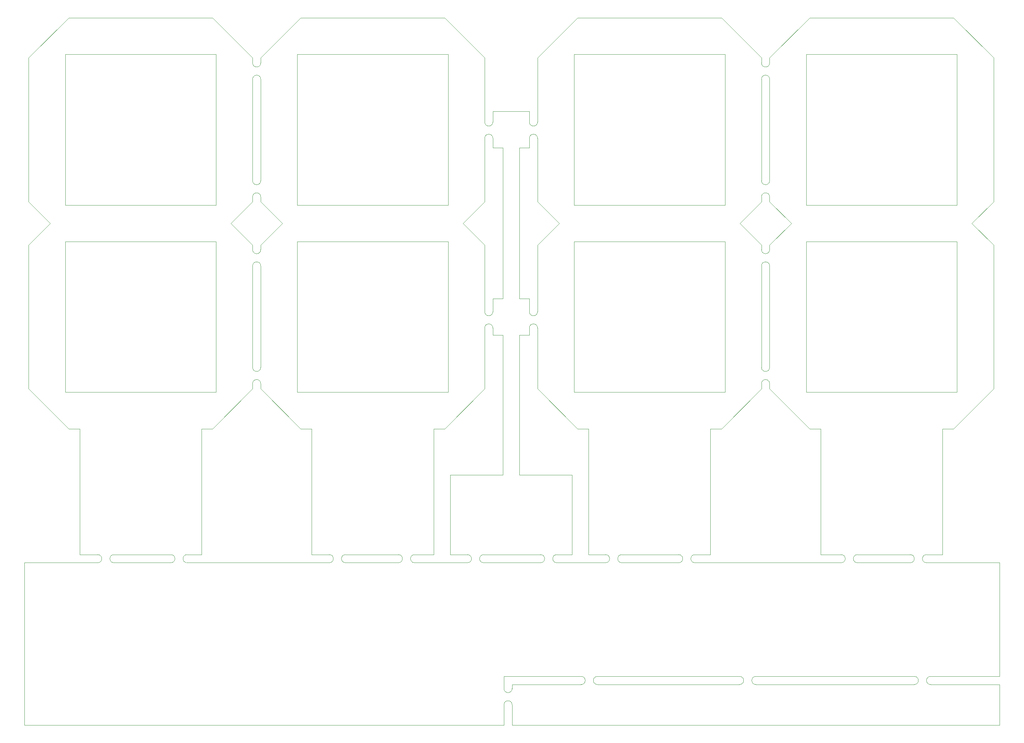
<source format=gbr>
%TF.GenerationSoftware,KiCad,Pcbnew,(6.0.1)*%
%TF.CreationDate,2022-01-22T16:00:37+01:00*%
%TF.ProjectId,Final H00 panelicad_pcb,46696e61-6c20-4483-9030-2070616e656c,rev?*%
%TF.SameCoordinates,Original*%
%TF.FileFunction,Profile,NP*%
%FSLAX46Y46*%
G04 Gerber Fmt 4.6, Leading zero omitted, Abs format (unit mm)*
G04 Created by KiCad (PCBNEW (6.0.1)) date 2022-01-22 16:00:37*
%MOMM*%
%LPD*%
G01*
G04 APERTURE LIST*
%TA.AperFunction,Profile*%
%ADD10C,0.100000*%
%TD*%
%TA.AperFunction,Profile*%
%ADD11C,0.050000*%
%TD*%
G04 APERTURE END LIST*
D10*
X50775842Y83631472D02*
X56124370Y88980000D01*
X104255770Y88131472D02*
X104255770Y125262843D01*
X47124370Y79131472D02*
X47124370Y42000101D01*
X193232613Y33000101D02*
X195949770Y33000101D01*
D11*
X183384085Y88980000D02*
X183384070Y90131472D01*
D10*
X225949770Y33000101D02*
X228666927Y33000101D01*
X168818370Y33000101D02*
X171535527Y33000101D01*
X47124370Y79131472D02*
X9993000Y79131472D01*
D11*
X238515455Y42848629D02*
X238513370Y57843472D01*
D10*
X171535527Y33000101D02*
X181384055Y42848629D01*
D11*
X180000000Y-30000000D02*
X219000000Y-30000000D01*
D10*
X47124370Y88131472D02*
X47124370Y125262843D01*
X104755686Y21600101D02*
X117755685Y21600101D01*
X176035527Y83631472D02*
X181384055Y88980000D01*
D11*
X240000000Y-28000000D02*
X223000000Y-28000000D01*
X56124370Y42848629D02*
X56124385Y44131472D01*
D10*
X43558685Y2000101D02*
X43558685Y33000101D01*
D11*
X183384070Y119131472D02*
X183384070Y94131472D01*
X183384070Y123131472D02*
X183384085Y124414315D01*
X124255686Y102197157D02*
X124255685Y104581472D01*
D10*
X104755686Y21600101D02*
X104755686Y2000101D01*
X67972928Y134262843D02*
X58124400Y124414315D01*
X993000Y78282944D02*
X993000Y42848629D01*
X229515455Y42000101D02*
X192384085Y42000101D01*
X134755686Y21600101D02*
X121755686Y21600101D01*
D11*
X240000000Y-30000000D02*
X223000000Y-30000000D01*
D10*
X192384085Y79131472D02*
X192384085Y42000101D01*
X100690085Y2000101D02*
X100690085Y33000101D01*
D11*
X225949770Y2000101D02*
X222000000Y2000000D01*
X70690085Y2000101D02*
X75000000Y2000000D01*
X115253685Y57843472D02*
X115255685Y56065786D01*
D10*
X100690085Y33000101D02*
X103407242Y33000101D01*
X0Y-40000000D02*
X118000000Y-40000000D01*
D11*
X118000000Y-28000000D02*
X118000000Y-31000000D01*
D10*
X229515455Y79131472D02*
X229515455Y42000101D01*
X131601213Y83631472D02*
X126252685Y88980000D01*
D11*
X183384085Y78282944D02*
X183384070Y77131472D01*
D10*
X172384055Y88131472D02*
X135252685Y88131472D01*
X6341528Y83631472D02*
X993000Y78282944D01*
X172384055Y88131472D02*
X172384055Y125262843D01*
X67124400Y79131472D02*
X67124400Y42000101D01*
X229515455Y79131472D02*
X192384085Y79131472D01*
D11*
X176000000Y-28000000D02*
X141000000Y-28000000D01*
X56124370Y78282944D02*
X56124385Y77131472D01*
D10*
X47124370Y125262843D02*
X9993000Y125262843D01*
D11*
X0Y0D02*
X18000000Y0D01*
D10*
X67124400Y88131472D02*
X67124400Y125262843D01*
D11*
X22000000Y0D02*
X36000000Y0D01*
X238515455Y88980000D02*
X238515370Y104581472D01*
X168818370Y2000101D02*
X165000000Y2000000D01*
X181384070Y73131472D02*
X181384070Y48131472D01*
X58124400Y78282944D02*
X58124385Y77131472D01*
X13558685Y2000101D02*
X18000000Y2000000D01*
D10*
X58124400Y42848629D02*
X67972928Y33000101D01*
X131601213Y83631472D02*
X126252685Y78282944D01*
X229515455Y88131472D02*
X192384085Y88131472D01*
D11*
X126252685Y78282944D02*
X126253685Y61843472D01*
D10*
X67972928Y134262843D02*
X103407242Y134262843D01*
D11*
X120000000Y-40000000D02*
X120000000Y-35000000D01*
X115255685Y104581472D02*
X115255685Y102197157D01*
D10*
X107907242Y83631472D02*
X113255770Y78282944D01*
X172384055Y42000101D02*
X135252685Y42000101D01*
D11*
X240000000Y0D02*
X222000000Y0D01*
X100690085Y2000101D02*
X96000000Y2000000D01*
D10*
X104255770Y42000101D02*
X67124400Y42000101D01*
X136101213Y134262843D02*
X171535527Y134262843D01*
X117755685Y102197157D02*
X117755685Y65065787D01*
D11*
X115255685Y108581472D02*
X115255685Y111197157D01*
D10*
X188732613Y83631472D02*
X183384085Y78282944D01*
D11*
X137000000Y-28000000D02*
X118000000Y-28000000D01*
D10*
X195949770Y2000101D02*
X195949770Y33000101D01*
X56124370Y124414315D02*
X46275842Y134262843D01*
D11*
X40000000Y0D02*
X75000000Y0D01*
D10*
X107907242Y83631472D02*
X113255770Y88980000D01*
X193232613Y134262843D02*
X183384085Y124414315D01*
D11*
X124255686Y56065787D02*
X124253685Y57843472D01*
D10*
X10841528Y33000101D02*
X13558685Y33000101D01*
X104255770Y125262843D02*
X67124400Y125262843D01*
X135252685Y88131472D02*
X135252685Y125262843D01*
X121755686Y21600101D02*
X121755686Y56065787D01*
D11*
X104755686Y2000101D02*
X109000000Y2000000D01*
X126252685Y88980000D02*
X126255685Y104581472D01*
X58124400Y42848629D02*
X58124385Y44131472D01*
X113000000Y2000000D02*
X127000000Y2000000D01*
D10*
X117755685Y56065786D02*
X115255685Y56065786D01*
D11*
X58124385Y119131472D02*
X58124385Y94131472D01*
X141000000Y-30000000D02*
X176000000Y-30000000D01*
X181384070Y90131472D02*
X181384055Y88980000D01*
X22000000Y2000000D02*
X36000000Y2000000D01*
X126252685Y124414315D02*
X126255685Y108581472D01*
X138818370Y2000101D02*
X143000000Y2000000D01*
X113255685Y108581472D02*
X113255770Y124414315D01*
X96000000Y0D02*
X109000000Y0D01*
X181384055Y124414315D02*
X181384070Y123131472D01*
D10*
X172384055Y125262843D02*
X135252685Y125262843D01*
X47124370Y42000101D02*
X9993000Y42000101D01*
D11*
X147000000Y2000000D02*
X161000000Y2000000D01*
D10*
X993000Y42848629D02*
X10841528Y33000101D01*
X136101213Y33000101D02*
X138818370Y33000101D01*
X240000000Y-40000000D02*
X240000000Y-30000000D01*
X10841528Y134262843D02*
X46275842Y134262843D01*
X63472928Y83631472D02*
X58124400Y78282944D01*
X113255770Y124414315D02*
X103407242Y134262843D01*
D11*
X120000000Y-30000000D02*
X137000000Y-30000000D01*
D10*
X117755685Y65065787D02*
X115255685Y65065787D01*
D11*
X124255686Y65065787D02*
X124253685Y61843472D01*
X58124385Y123131472D02*
X58124400Y124414315D01*
D10*
X67972928Y33000101D02*
X70690085Y33000101D01*
D11*
X181384055Y42848629D02*
X181384070Y44131472D01*
D10*
X6341528Y83631472D02*
X993000Y88980000D01*
D11*
X113255770Y88980000D02*
X113255685Y104581472D01*
X113253685Y61843472D02*
X113255770Y78282944D01*
X56124385Y90131472D02*
X56124370Y88980000D01*
X113000000Y0D02*
X127000000Y0D01*
X238515370Y108581472D02*
X238515370Y104581472D01*
X205000000Y0D02*
X218000000Y0D01*
X181384070Y94131472D02*
X181384070Y119131472D01*
D10*
X188732613Y83631472D02*
X183384085Y88980000D01*
X233166927Y83631472D02*
X238515455Y88980000D01*
X10841528Y134262843D02*
X993000Y124414315D01*
X225949770Y2000101D02*
X225949770Y33000101D01*
D11*
X120000000Y-30000000D02*
X120000000Y-31000000D01*
D10*
X104255770Y79131472D02*
X104255770Y42000101D01*
D11*
X219000000Y-28000000D02*
X180000000Y-28000000D01*
D10*
X126252685Y42848629D02*
X136101213Y33000101D01*
X240000000Y-28000000D02*
X240000000Y0D01*
D11*
X56124370Y124414315D02*
X56124385Y123131472D01*
X79000000Y0D02*
X92000000Y0D01*
D10*
X124255686Y102197157D02*
X121755686Y102197157D01*
X124255686Y65065787D02*
X121755686Y65065787D01*
D11*
X134755686Y2000101D02*
X131000000Y2000000D01*
D10*
X121755686Y102197157D02*
X121755686Y65065787D01*
D11*
X115255685Y65065787D02*
X115253685Y61843472D01*
D10*
X233166927Y83631472D02*
X238515455Y78282944D01*
X138818370Y2000101D02*
X138818370Y33000101D01*
X63472928Y83631472D02*
X58124400Y88980000D01*
X46275842Y33000101D02*
X56124370Y42848629D01*
X136101213Y134262843D02*
X126252685Y124414315D01*
X172384055Y79131472D02*
X135252685Y79131472D01*
D11*
X126252685Y42848629D02*
X126253685Y57843472D01*
X56124385Y73131472D02*
X56124385Y48131472D01*
X56124385Y94131472D02*
X56124385Y119131472D01*
X58124385Y48131472D02*
X58124385Y73131472D01*
D10*
X172384055Y79131472D02*
X172384055Y42000101D01*
X9993000Y79131472D02*
X9993000Y42000101D01*
X103407242Y33000101D02*
X113255770Y42848629D01*
D11*
X183384085Y42848629D02*
X183384070Y44131472D01*
D10*
X104255770Y88131472D02*
X67124400Y88131472D01*
X229515455Y88131472D02*
X229515455Y125262843D01*
X168818370Y2000101D02*
X168818370Y33000101D01*
D11*
X58124400Y88980000D02*
X58124385Y90131472D01*
D10*
X47124370Y88131472D02*
X9993000Y88131472D01*
D11*
X113255770Y42848629D02*
X113253685Y57843472D01*
D10*
X238515455Y124414315D02*
X228666927Y134262843D01*
X193232613Y134262843D02*
X228666927Y134262843D01*
X229515455Y125262843D02*
X192384085Y125262843D01*
D11*
X181384055Y78282944D02*
X181384070Y77131472D01*
D10*
X0Y-24000000D02*
X0Y-40000000D01*
X70690085Y2000101D02*
X70690085Y33000101D01*
D11*
X118000000Y-35000000D02*
X118000000Y-40000000D01*
D10*
X181384055Y124414315D02*
X171535527Y134262843D01*
D11*
X238513370Y61843472D02*
X238515455Y78282944D01*
D10*
X183384085Y42848629D02*
X193232613Y33000101D01*
X104255770Y79131472D02*
X67124400Y79131472D01*
D11*
X238515370Y108581472D02*
X238515455Y124414315D01*
D10*
X50775842Y83631472D02*
X56124370Y78282944D01*
D11*
X205000000Y2000000D02*
X218000000Y2000000D01*
X124255686Y111197157D02*
X124255685Y108581472D01*
D10*
X192384085Y88131472D02*
X192384085Y125262843D01*
X134755686Y21600101D02*
X134755686Y2000101D01*
X9993000Y88131472D02*
X9993000Y125262843D01*
D11*
X165000000Y0D02*
X201000000Y0D01*
X92000000Y2000000D02*
X79000000Y2000000D01*
D10*
X13558685Y2000101D02*
X13558685Y33000101D01*
X0Y-24000000D02*
X0Y0D01*
D11*
X147000000Y0D02*
X161000000Y0D01*
X238513370Y61843472D02*
X238513370Y57843472D01*
D10*
X117755685Y102197157D02*
X115255685Y102197157D01*
X43558685Y33000101D02*
X46275842Y33000101D01*
D11*
X195949770Y2000101D02*
X201000000Y2000000D01*
D10*
X135252685Y79131472D02*
X135252685Y42000101D01*
D11*
X131000000Y0D02*
X143000000Y0D01*
D10*
X120000000Y-40000000D02*
X240000000Y-40000000D01*
D11*
X43558685Y2000101D02*
X40000000Y2000000D01*
D10*
X228666927Y33000101D02*
X238515455Y42848629D01*
X176035527Y83631472D02*
X181384055Y78282944D01*
X124255686Y56065787D02*
X121755686Y56065787D01*
X993000Y88980000D02*
X993000Y124414315D01*
X124255686Y111197157D02*
X115255685Y111197157D01*
D11*
X183384070Y48131472D02*
X183384070Y73131472D01*
D10*
X117755685Y21600101D02*
X117755685Y56065786D01*
%TO.C,mouse-bite-2mm-slot*%
X113000000Y2000000D02*
G75*
G03*
X113000000Y0I0J-1000000D01*
G01*
X109000000Y0D02*
G75*
G03*
X109000000Y2000000I0J1000000D01*
G01*
X96000000Y2000000D02*
G75*
G03*
X96000000Y0I0J-1000000D01*
G01*
X92000000Y0D02*
G75*
G03*
X92000000Y2000000I0J1000000D01*
G01*
X79000000Y2000000D02*
G75*
G03*
X79000000Y0I0J-1000000D01*
G01*
X75000000Y0D02*
G75*
G03*
X75000000Y2000000I0J1000000D01*
G01*
X22000000Y2000000D02*
G75*
G03*
X22000000Y0I0J-1000000D01*
G01*
X18000000Y0D02*
G75*
G03*
X18000000Y2000000I0J1000000D01*
G01*
X147000000Y2000000D02*
G75*
G03*
X147000000Y0I0J-1000000D01*
G01*
X143000000Y0D02*
G75*
G03*
X143000000Y2000000I0J1000000D01*
G01*
X165000000Y2000000D02*
G75*
G03*
X165000000Y0I0J-1000000D01*
G01*
X161000000Y0D02*
G75*
G03*
X161000000Y2000000I0J1000000D01*
G01*
X56124385Y48131472D02*
G75*
G03*
X58124385Y48131472I1000000J0D01*
G01*
X58124385Y44131472D02*
G75*
G03*
X56124385Y44131472I-1000000J0D01*
G01*
X58124385Y73131472D02*
G75*
G03*
X56124385Y73131472I-1000000J0D01*
G01*
X56124385Y77131472D02*
G75*
G03*
X58124385Y77131472I1000000J0D01*
G01*
X126253685Y57843472D02*
G75*
G03*
X124253685Y57843472I-1000000J0D01*
G01*
X124253685Y61843472D02*
G75*
G03*
X126253685Y61843472I1000000J0D01*
G01*
X223000000Y-28000000D02*
G75*
G03*
X223000000Y-30000000I0J-1000000D01*
G01*
X219000000Y-30000000D02*
G75*
G03*
X219000000Y-28000000I0J1000000D01*
G01*
X40000000Y2000000D02*
G75*
G03*
X40000000Y0I0J-1000000D01*
G01*
X36000000Y0D02*
G75*
G03*
X36000000Y2000000I0J1000000D01*
G01*
X181384070Y48131472D02*
G75*
G03*
X183384070Y48131472I1000000J0D01*
G01*
X183384070Y44131472D02*
G75*
G03*
X181384070Y44131472I-1000000J0D01*
G01*
X141000000Y-28000000D02*
G75*
G03*
X141000000Y-30000000I0J-1000000D01*
G01*
X137000000Y-30000000D02*
G75*
G03*
X137000000Y-28000000I0J1000000D01*
G01*
X131000000Y2000000D02*
G75*
G03*
X131000000Y0I0J-1000000D01*
G01*
X127000000Y0D02*
G75*
G03*
X127000000Y2000000I0J1000000D01*
G01*
X180000000Y-28000000D02*
G75*
G03*
X180000000Y-30000000I0J-1000000D01*
G01*
X176000000Y-30000000D02*
G75*
G03*
X176000000Y-28000000I0J1000000D01*
G01*
X183384070Y90131472D02*
G75*
G03*
X181384070Y90131472I-1000000J0D01*
G01*
X181384070Y94131472D02*
G75*
G03*
X183384070Y94131472I1000000J0D01*
G01*
X181384070Y123131472D02*
G75*
G03*
X183384070Y123131472I1000000J0D01*
G01*
X183384070Y119131472D02*
G75*
G03*
X181384070Y119131472I-1000000J0D01*
G01*
X118000000Y-31000000D02*
G75*
G03*
X120000000Y-31000000I1000000J0D01*
G01*
X120000000Y-35000000D02*
G75*
G03*
X118000000Y-35000000I-1000000J0D01*
G01*
X58124385Y119131472D02*
G75*
G03*
X56124385Y119131472I-1000000J0D01*
G01*
X56124385Y123131472D02*
G75*
G03*
X58124385Y123131472I1000000J0D01*
G01*
X113253685Y61843472D02*
G75*
G03*
X115253685Y61843472I1000000J0D01*
G01*
X115253685Y57843472D02*
G75*
G03*
X113253685Y57843472I-1000000J0D01*
G01*
X181384070Y77131472D02*
G75*
G03*
X183384070Y77131472I1000000J0D01*
G01*
X183384070Y73131472D02*
G75*
G03*
X181384070Y73131472I-1000000J0D01*
G01*
X113255685Y108581472D02*
G75*
G03*
X115255685Y108581472I1000000J0D01*
G01*
X115255685Y104581472D02*
G75*
G03*
X113255685Y104581472I-1000000J0D01*
G01*
X58124385Y90131472D02*
G75*
G03*
X56124385Y90131472I-1000000J0D01*
G01*
X56124385Y94131472D02*
G75*
G03*
X58124385Y94131472I1000000J0D01*
G01*
X126255685Y104581472D02*
G75*
G03*
X124255685Y104581472I-1000000J0D01*
G01*
X124255685Y108581472D02*
G75*
G03*
X126255685Y108581472I1000000J0D01*
G01*
X222000000Y2000000D02*
G75*
G03*
X222000000Y0I0J-1000000D01*
G01*
X218000000Y0D02*
G75*
G03*
X218000000Y2000000I0J1000000D01*
G01*
X205000000Y2000000D02*
G75*
G03*
X205000000Y0I0J-1000000D01*
G01*
X201000000Y0D02*
G75*
G03*
X201000000Y2000000I0J1000000D01*
G01*
%TD*%
M02*

</source>
